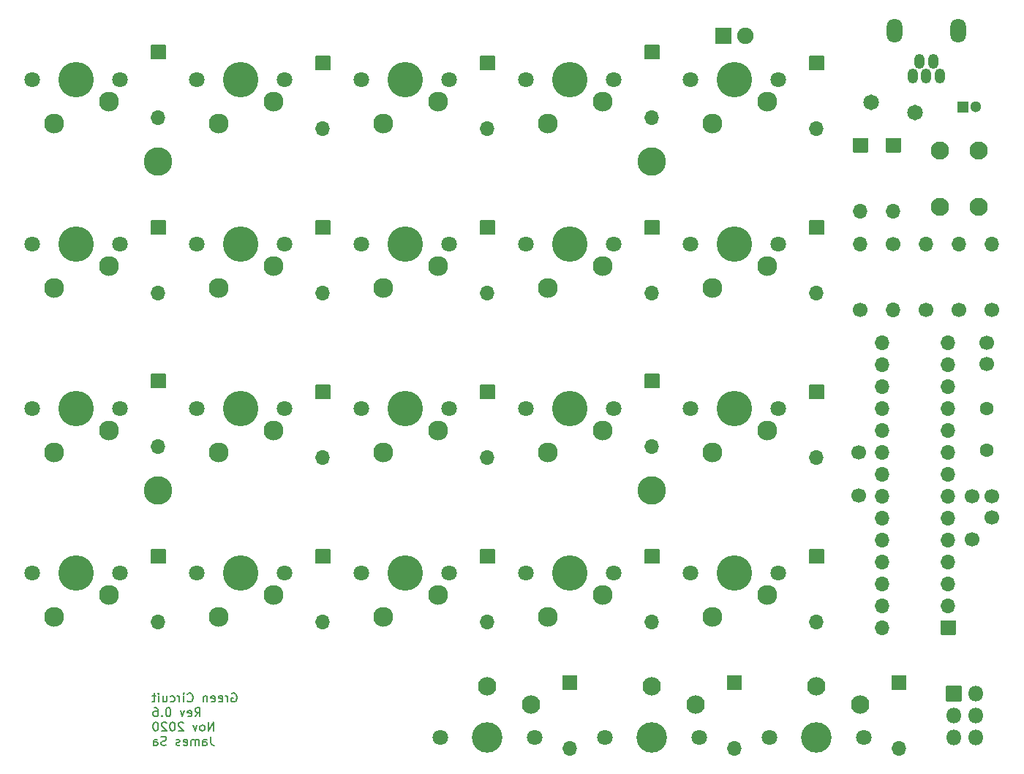
<source format=gbr>
%TF.GenerationSoftware,KiCad,Pcbnew,(5.1.7-0-10_14)*%
%TF.CreationDate,2020-11-02T16:42:48+08:00*%
%TF.ProjectId,GreenCircuit,47726565-6e43-4697-9263-7569742e6b69,v0.6*%
%TF.SameCoordinates,Original*%
%TF.FileFunction,Soldermask,Bot*%
%TF.FilePolarity,Negative*%
%FSLAX46Y46*%
G04 Gerber Fmt 4.6, Leading zero omitted, Abs format (unit mm)*
G04 Created by KiCad (PCBNEW (5.1.7-0-10_14)) date 2020-11-02 16:42:48*
%MOMM*%
%LPD*%
G01*
G04 APERTURE LIST*
%ADD10C,0.152400*%
%ADD11O,1.700000X1.700000*%
%ADD12C,1.800000*%
%ADD13C,4.100000*%
%ADD14C,2.300000*%
%ADD15C,1.900000*%
%ADD16C,3.300000*%
%ADD17C,1.700000*%
%ADD18C,2.100000*%
%ADD19O,1.800000X1.800000*%
%ADD20O,1.800000X2.800000*%
%ADD21O,1.200000X1.750000*%
%ADD22C,3.529000*%
%ADD23C,2.132000*%
%ADD24C,1.801800*%
%ADD25C,1.810000*%
%ADD26C,1.600000*%
%ADD27C,1.300000*%
G04 APERTURE END LIST*
D10*
X103324202Y-137645400D02*
X103420964Y-137597019D01*
X103566107Y-137597019D01*
X103711250Y-137645400D01*
X103808012Y-137742161D01*
X103856393Y-137838923D01*
X103904774Y-138032447D01*
X103904774Y-138177590D01*
X103856393Y-138371114D01*
X103808012Y-138467876D01*
X103711250Y-138564638D01*
X103566107Y-138613019D01*
X103469345Y-138613019D01*
X103324202Y-138564638D01*
X103275821Y-138516257D01*
X103275821Y-138177590D01*
X103469345Y-138177590D01*
X102840393Y-138613019D02*
X102840393Y-137935685D01*
X102840393Y-138129209D02*
X102792012Y-138032447D01*
X102743631Y-137984066D01*
X102646869Y-137935685D01*
X102550107Y-137935685D01*
X101824393Y-138564638D02*
X101921155Y-138613019D01*
X102114679Y-138613019D01*
X102211440Y-138564638D01*
X102259821Y-138467876D01*
X102259821Y-138080828D01*
X102211440Y-137984066D01*
X102114679Y-137935685D01*
X101921155Y-137935685D01*
X101824393Y-137984066D01*
X101776012Y-138080828D01*
X101776012Y-138177590D01*
X102259821Y-138274352D01*
X100953536Y-138564638D02*
X101050298Y-138613019D01*
X101243821Y-138613019D01*
X101340583Y-138564638D01*
X101388964Y-138467876D01*
X101388964Y-138080828D01*
X101340583Y-137984066D01*
X101243821Y-137935685D01*
X101050298Y-137935685D01*
X100953536Y-137984066D01*
X100905155Y-138080828D01*
X100905155Y-138177590D01*
X101388964Y-138274352D01*
X100469726Y-137935685D02*
X100469726Y-138613019D01*
X100469726Y-138032447D02*
X100421345Y-137984066D01*
X100324583Y-137935685D01*
X100179440Y-137935685D01*
X100082679Y-137984066D01*
X100034298Y-138080828D01*
X100034298Y-138613019D01*
X98195821Y-138516257D02*
X98244202Y-138564638D01*
X98389345Y-138613019D01*
X98486107Y-138613019D01*
X98631250Y-138564638D01*
X98728012Y-138467876D01*
X98776393Y-138371114D01*
X98824774Y-138177590D01*
X98824774Y-138032447D01*
X98776393Y-137838923D01*
X98728012Y-137742161D01*
X98631250Y-137645400D01*
X98486107Y-137597019D01*
X98389345Y-137597019D01*
X98244202Y-137645400D01*
X98195821Y-137693780D01*
X97760393Y-138613019D02*
X97760393Y-137935685D01*
X97760393Y-137597019D02*
X97808774Y-137645400D01*
X97760393Y-137693780D01*
X97712012Y-137645400D01*
X97760393Y-137597019D01*
X97760393Y-137693780D01*
X97276583Y-138613019D02*
X97276583Y-137935685D01*
X97276583Y-138129209D02*
X97228202Y-138032447D01*
X97179821Y-137984066D01*
X97083060Y-137935685D01*
X96986298Y-137935685D01*
X96212202Y-138564638D02*
X96308964Y-138613019D01*
X96502488Y-138613019D01*
X96599250Y-138564638D01*
X96647631Y-138516257D01*
X96696012Y-138419495D01*
X96696012Y-138129209D01*
X96647631Y-138032447D01*
X96599250Y-137984066D01*
X96502488Y-137935685D01*
X96308964Y-137935685D01*
X96212202Y-137984066D01*
X95341345Y-137935685D02*
X95341345Y-138613019D01*
X95776774Y-137935685D02*
X95776774Y-138467876D01*
X95728393Y-138564638D01*
X95631631Y-138613019D01*
X95486488Y-138613019D01*
X95389726Y-138564638D01*
X95341345Y-138516257D01*
X94857536Y-138613019D02*
X94857536Y-137935685D01*
X94857536Y-137597019D02*
X94905917Y-137645400D01*
X94857536Y-137693780D01*
X94809155Y-137645400D01*
X94857536Y-137597019D01*
X94857536Y-137693780D01*
X94518869Y-137935685D02*
X94131821Y-137935685D01*
X94373726Y-137597019D02*
X94373726Y-138467876D01*
X94325345Y-138564638D01*
X94228583Y-138613019D01*
X94131821Y-138613019D01*
X99066679Y-140289419D02*
X99405345Y-139805609D01*
X99647250Y-140289419D02*
X99647250Y-139273419D01*
X99260202Y-139273419D01*
X99163440Y-139321800D01*
X99115060Y-139370180D01*
X99066679Y-139466942D01*
X99066679Y-139612085D01*
X99115060Y-139708847D01*
X99163440Y-139757228D01*
X99260202Y-139805609D01*
X99647250Y-139805609D01*
X98244202Y-140241038D02*
X98340964Y-140289419D01*
X98534488Y-140289419D01*
X98631250Y-140241038D01*
X98679631Y-140144276D01*
X98679631Y-139757228D01*
X98631250Y-139660466D01*
X98534488Y-139612085D01*
X98340964Y-139612085D01*
X98244202Y-139660466D01*
X98195821Y-139757228D01*
X98195821Y-139853990D01*
X98679631Y-139950752D01*
X97857155Y-139612085D02*
X97615250Y-140289419D01*
X97373345Y-139612085D01*
X96018679Y-139273419D02*
X95921917Y-139273419D01*
X95825155Y-139321800D01*
X95776774Y-139370180D01*
X95728393Y-139466942D01*
X95680012Y-139660466D01*
X95680012Y-139902371D01*
X95728393Y-140095895D01*
X95776774Y-140192657D01*
X95825155Y-140241038D01*
X95921917Y-140289419D01*
X96018679Y-140289419D01*
X96115440Y-140241038D01*
X96163821Y-140192657D01*
X96212202Y-140095895D01*
X96260583Y-139902371D01*
X96260583Y-139660466D01*
X96212202Y-139466942D01*
X96163821Y-139370180D01*
X96115440Y-139321800D01*
X96018679Y-139273419D01*
X95244583Y-140192657D02*
X95196202Y-140241038D01*
X95244583Y-140289419D01*
X95292964Y-140241038D01*
X95244583Y-140192657D01*
X95244583Y-140289419D01*
X94325345Y-139273419D02*
X94518869Y-139273419D01*
X94615631Y-139321800D01*
X94664012Y-139370180D01*
X94760774Y-139515323D01*
X94809155Y-139708847D01*
X94809155Y-140095895D01*
X94760774Y-140192657D01*
X94712393Y-140241038D01*
X94615631Y-140289419D01*
X94422107Y-140289419D01*
X94325345Y-140241038D01*
X94276964Y-140192657D01*
X94228583Y-140095895D01*
X94228583Y-139853990D01*
X94276964Y-139757228D01*
X94325345Y-139708847D01*
X94422107Y-139660466D01*
X94615631Y-139660466D01*
X94712393Y-139708847D01*
X94760774Y-139757228D01*
X94809155Y-139853990D01*
X101195440Y-141965819D02*
X101195440Y-140949819D01*
X100614869Y-141965819D01*
X100614869Y-140949819D01*
X99985917Y-141965819D02*
X100082679Y-141917438D01*
X100131060Y-141869057D01*
X100179440Y-141772295D01*
X100179440Y-141482009D01*
X100131060Y-141385247D01*
X100082679Y-141336866D01*
X99985917Y-141288485D01*
X99840774Y-141288485D01*
X99744012Y-141336866D01*
X99695631Y-141385247D01*
X99647250Y-141482009D01*
X99647250Y-141772295D01*
X99695631Y-141869057D01*
X99744012Y-141917438D01*
X99840774Y-141965819D01*
X99985917Y-141965819D01*
X99308583Y-141288485D02*
X99066679Y-141965819D01*
X98824774Y-141288485D01*
X97712012Y-141046580D02*
X97663631Y-140998200D01*
X97566869Y-140949819D01*
X97324964Y-140949819D01*
X97228202Y-140998200D01*
X97179821Y-141046580D01*
X97131440Y-141143342D01*
X97131440Y-141240104D01*
X97179821Y-141385247D01*
X97760393Y-141965819D01*
X97131440Y-141965819D01*
X96502488Y-140949819D02*
X96405726Y-140949819D01*
X96308964Y-140998200D01*
X96260583Y-141046580D01*
X96212202Y-141143342D01*
X96163821Y-141336866D01*
X96163821Y-141578771D01*
X96212202Y-141772295D01*
X96260583Y-141869057D01*
X96308964Y-141917438D01*
X96405726Y-141965819D01*
X96502488Y-141965819D01*
X96599250Y-141917438D01*
X96647631Y-141869057D01*
X96696012Y-141772295D01*
X96744393Y-141578771D01*
X96744393Y-141336866D01*
X96696012Y-141143342D01*
X96647631Y-141046580D01*
X96599250Y-140998200D01*
X96502488Y-140949819D01*
X95776774Y-141046580D02*
X95728393Y-140998200D01*
X95631631Y-140949819D01*
X95389726Y-140949819D01*
X95292964Y-140998200D01*
X95244583Y-141046580D01*
X95196202Y-141143342D01*
X95196202Y-141240104D01*
X95244583Y-141385247D01*
X95825155Y-141965819D01*
X95196202Y-141965819D01*
X94567250Y-140949819D02*
X94470488Y-140949819D01*
X94373726Y-140998200D01*
X94325345Y-141046580D01*
X94276964Y-141143342D01*
X94228583Y-141336866D01*
X94228583Y-141578771D01*
X94276964Y-141772295D01*
X94325345Y-141869057D01*
X94373726Y-141917438D01*
X94470488Y-141965819D01*
X94567250Y-141965819D01*
X94664012Y-141917438D01*
X94712393Y-141869057D01*
X94760774Y-141772295D01*
X94809155Y-141578771D01*
X94809155Y-141336866D01*
X94760774Y-141143342D01*
X94712393Y-141046580D01*
X94664012Y-140998200D01*
X94567250Y-140949819D01*
X100905155Y-142626219D02*
X100905155Y-143351933D01*
X100953536Y-143497076D01*
X101050298Y-143593838D01*
X101195440Y-143642219D01*
X101292202Y-143642219D01*
X99985917Y-143642219D02*
X99985917Y-143110028D01*
X100034298Y-143013266D01*
X100131060Y-142964885D01*
X100324583Y-142964885D01*
X100421345Y-143013266D01*
X99985917Y-143593838D02*
X100082679Y-143642219D01*
X100324583Y-143642219D01*
X100421345Y-143593838D01*
X100469726Y-143497076D01*
X100469726Y-143400314D01*
X100421345Y-143303552D01*
X100324583Y-143255171D01*
X100082679Y-143255171D01*
X99985917Y-143206790D01*
X99502107Y-143642219D02*
X99502107Y-142964885D01*
X99502107Y-143061647D02*
X99453726Y-143013266D01*
X99356964Y-142964885D01*
X99211821Y-142964885D01*
X99115060Y-143013266D01*
X99066679Y-143110028D01*
X99066679Y-143642219D01*
X99066679Y-143110028D02*
X99018298Y-143013266D01*
X98921536Y-142964885D01*
X98776393Y-142964885D01*
X98679631Y-143013266D01*
X98631250Y-143110028D01*
X98631250Y-143642219D01*
X97760393Y-143593838D02*
X97857155Y-143642219D01*
X98050679Y-143642219D01*
X98147440Y-143593838D01*
X98195821Y-143497076D01*
X98195821Y-143110028D01*
X98147440Y-143013266D01*
X98050679Y-142964885D01*
X97857155Y-142964885D01*
X97760393Y-143013266D01*
X97712012Y-143110028D01*
X97712012Y-143206790D01*
X98195821Y-143303552D01*
X97324964Y-143593838D02*
X97228202Y-143642219D01*
X97034679Y-143642219D01*
X96937917Y-143593838D01*
X96889536Y-143497076D01*
X96889536Y-143448695D01*
X96937917Y-143351933D01*
X97034679Y-143303552D01*
X97179821Y-143303552D01*
X97276583Y-143255171D01*
X97324964Y-143158409D01*
X97324964Y-143110028D01*
X97276583Y-143013266D01*
X97179821Y-142964885D01*
X97034679Y-142964885D01*
X96937917Y-143013266D01*
X95728393Y-143593838D02*
X95583250Y-143642219D01*
X95341345Y-143642219D01*
X95244583Y-143593838D01*
X95196202Y-143545457D01*
X95147821Y-143448695D01*
X95147821Y-143351933D01*
X95196202Y-143255171D01*
X95244583Y-143206790D01*
X95341345Y-143158409D01*
X95534869Y-143110028D01*
X95631631Y-143061647D01*
X95680012Y-143013266D01*
X95728393Y-142916504D01*
X95728393Y-142819742D01*
X95680012Y-142722980D01*
X95631631Y-142674600D01*
X95534869Y-142626219D01*
X95292964Y-142626219D01*
X95147821Y-142674600D01*
X94276964Y-143642219D02*
X94276964Y-143110028D01*
X94325345Y-143013266D01*
X94422107Y-142964885D01*
X94615631Y-142964885D01*
X94712393Y-143013266D01*
X94276964Y-143593838D02*
X94373726Y-143642219D01*
X94615631Y-143642219D01*
X94712393Y-143593838D01*
X94760774Y-143497076D01*
X94760774Y-143400314D01*
X94712393Y-143303552D01*
X94615631Y-143255171D01*
X94373726Y-143255171D01*
X94276964Y-143206790D01*
D11*
%TO.C,D15*%
X171025000Y-110315000D03*
G36*
G01*
X170225000Y-101845000D02*
X171825000Y-101845000D01*
G75*
G02*
X171875000Y-101895000I0J-50000D01*
G01*
X171875000Y-103495000D01*
G75*
G02*
X171825000Y-103545000I-50000J0D01*
G01*
X170225000Y-103545000D01*
G75*
G02*
X170175000Y-103495000I0J50000D01*
G01*
X170175000Y-101895000D01*
G75*
G02*
X170225000Y-101845000I50000J0D01*
G01*
G37*
%TD*%
D12*
%TO.C,SW15*%
X156420000Y-104600000D03*
X166580000Y-104600000D03*
D13*
X161500000Y-104600000D03*
D14*
X165310000Y-107140000D03*
X158960000Y-109680000D03*
%TD*%
D15*
%TO.C,D26*%
X162770000Y-61420000D03*
G36*
G01*
X159280000Y-62320000D02*
X159280000Y-60520000D01*
G75*
G02*
X159330000Y-60470000I50000J0D01*
G01*
X161130000Y-60470000D01*
G75*
G02*
X161180000Y-60520000I0J-50000D01*
G01*
X161180000Y-62320000D01*
G75*
G02*
X161130000Y-62370000I-50000J0D01*
G01*
X159330000Y-62370000D01*
G75*
G02*
X159280000Y-62320000I0J50000D01*
G01*
G37*
%TD*%
D16*
%TO.C,H4*%
X151975000Y-114125000D03*
%TD*%
%TO.C,H3*%
X94825000Y-114125000D03*
%TD*%
%TO.C,H2*%
X151975000Y-76025000D03*
%TD*%
%TO.C,H1*%
X94825000Y-76025000D03*
%TD*%
D11*
%TO.C,R1*%
X183725000Y-85550000D03*
D17*
X183725000Y-93170000D03*
%TD*%
D11*
%TO.C,R2*%
X179915000Y-93170000D03*
D17*
X179915000Y-85550000D03*
%TD*%
D11*
%TO.C,R3*%
X176105000Y-85550000D03*
D17*
X176105000Y-93170000D03*
%TD*%
D11*
%TO.C,R5*%
X187535000Y-85550000D03*
D17*
X187535000Y-93170000D03*
%TD*%
D11*
%TO.C,R6*%
X191345000Y-85550000D03*
D17*
X191345000Y-93170000D03*
%TD*%
D18*
%TO.C,Reset1*%
X189785000Y-81255000D03*
X185285000Y-81255000D03*
X189785000Y-74755000D03*
X185285000Y-74755000D03*
%TD*%
%TO.C,J2*%
G36*
G01*
X186000000Y-138485000D02*
X186000000Y-136785000D01*
G75*
G02*
X186050000Y-136735000I50000J0D01*
G01*
X187750000Y-136735000D01*
G75*
G02*
X187800000Y-136785000I0J-50000D01*
G01*
X187800000Y-138485000D01*
G75*
G02*
X187750000Y-138535000I-50000J0D01*
G01*
X186050000Y-138535000D01*
G75*
G02*
X186000000Y-138485000I0J50000D01*
G01*
G37*
D19*
X189440000Y-137635000D03*
X186900000Y-140175000D03*
X189440000Y-140175000D03*
X186900000Y-142715000D03*
X189440000Y-142715000D03*
%TD*%
D20*
%TO.C,J1*%
X180075000Y-60815000D03*
X187375000Y-60815000D03*
D21*
X182925000Y-64390000D03*
X184525000Y-64390000D03*
X182125000Y-66140000D03*
X185325000Y-66140000D03*
X183725000Y-66140000D03*
%TD*%
D22*
%TO.C,SW22*%
X151975000Y-142700000D03*
D23*
X156975000Y-138900000D03*
X151975000Y-136800000D03*
D24*
X146475000Y-142700000D03*
X157475000Y-142700000D03*
%TD*%
D22*
%TO.C,SW23*%
X171025000Y-142700000D03*
D23*
X176025000Y-138900000D03*
X171025000Y-136800000D03*
D24*
X165525000Y-142700000D03*
X176525000Y-142700000D03*
%TD*%
D22*
%TO.C,SW21*%
X132925000Y-142700000D03*
D23*
X137925000Y-138900000D03*
X132925000Y-136800000D03*
D24*
X127425000Y-142700000D03*
X138425000Y-142700000D03*
%TD*%
D12*
%TO.C,SW20*%
X156420000Y-123650000D03*
X166580000Y-123650000D03*
D13*
X161500000Y-123650000D03*
D14*
X165310000Y-126190000D03*
X158960000Y-128730000D03*
%TD*%
D12*
%TO.C,SW19*%
X137370000Y-123650000D03*
X147530000Y-123650000D03*
D13*
X142450000Y-123650000D03*
D14*
X146260000Y-126190000D03*
X139910000Y-128730000D03*
%TD*%
D12*
%TO.C,SW18*%
X118320000Y-123650000D03*
X128480000Y-123650000D03*
D13*
X123400000Y-123650000D03*
D14*
X127210000Y-126190000D03*
X120860000Y-128730000D03*
%TD*%
D12*
%TO.C,SW17*%
X99270000Y-123650000D03*
X109430000Y-123650000D03*
D13*
X104350000Y-123650000D03*
D14*
X108160000Y-126190000D03*
X101810000Y-128730000D03*
%TD*%
D12*
%TO.C,SW16*%
X80220000Y-123650000D03*
X90380000Y-123650000D03*
D13*
X85300000Y-123650000D03*
D14*
X89110000Y-126190000D03*
X82760000Y-128730000D03*
%TD*%
D12*
%TO.C,SW14*%
X137370000Y-104600000D03*
X147530000Y-104600000D03*
D13*
X142450000Y-104600000D03*
D14*
X146260000Y-107140000D03*
X139910000Y-109680000D03*
%TD*%
D12*
%TO.C,SW13*%
X118320000Y-104600000D03*
X128480000Y-104600000D03*
D13*
X123400000Y-104600000D03*
D14*
X127210000Y-107140000D03*
X120860000Y-109680000D03*
%TD*%
D12*
%TO.C,SW12*%
X99270000Y-104600000D03*
X109430000Y-104600000D03*
D13*
X104350000Y-104600000D03*
D14*
X108160000Y-107140000D03*
X101810000Y-109680000D03*
%TD*%
D12*
%TO.C,SW11*%
X80220000Y-104600000D03*
X90380000Y-104600000D03*
D13*
X85300000Y-104600000D03*
D14*
X89110000Y-107140000D03*
X82760000Y-109680000D03*
%TD*%
D12*
%TO.C,SW10*%
X156420000Y-85550000D03*
X166580000Y-85550000D03*
D13*
X161500000Y-85550000D03*
D14*
X165310000Y-88090000D03*
X158960000Y-90630000D03*
%TD*%
D12*
%TO.C,SW9*%
X137370000Y-85550000D03*
X147530000Y-85550000D03*
D13*
X142450000Y-85550000D03*
D14*
X146260000Y-88090000D03*
X139910000Y-90630000D03*
%TD*%
D12*
%TO.C,SW8*%
X118320000Y-85550000D03*
X128480000Y-85550000D03*
D13*
X123400000Y-85550000D03*
D14*
X127210000Y-88090000D03*
X120860000Y-90630000D03*
%TD*%
D12*
%TO.C,SW7*%
X99270000Y-85550000D03*
X109430000Y-85550000D03*
D13*
X104350000Y-85550000D03*
D14*
X108160000Y-88090000D03*
X101810000Y-90630000D03*
%TD*%
D12*
%TO.C,SW6*%
X80220000Y-85550000D03*
X90380000Y-85550000D03*
D13*
X85300000Y-85550000D03*
D14*
X89110000Y-88090000D03*
X82760000Y-90630000D03*
%TD*%
D12*
%TO.C,SW5*%
X156420000Y-66500000D03*
X166580000Y-66500000D03*
D13*
X161500000Y-66500000D03*
D14*
X165310000Y-69040000D03*
X158960000Y-71580000D03*
%TD*%
D12*
%TO.C,SW4*%
X137370000Y-66500000D03*
X147530000Y-66500000D03*
D13*
X142450000Y-66500000D03*
D14*
X146260000Y-69040000D03*
X139910000Y-71580000D03*
%TD*%
D12*
%TO.C,SW3*%
X118320000Y-66500000D03*
X128480000Y-66500000D03*
D13*
X123400000Y-66500000D03*
D14*
X127210000Y-69040000D03*
X120860000Y-71580000D03*
%TD*%
D12*
%TO.C,SW2*%
X99270000Y-66500000D03*
X109430000Y-66500000D03*
D13*
X104350000Y-66500000D03*
D14*
X108160000Y-69040000D03*
X101810000Y-71580000D03*
%TD*%
D12*
%TO.C,SW1*%
X80220000Y-66500000D03*
X90380000Y-66500000D03*
D13*
X85300000Y-66500000D03*
D14*
X89110000Y-69040000D03*
X82760000Y-71580000D03*
%TD*%
D11*
%TO.C,D23*%
X180550000Y-143970000D03*
G36*
G01*
X179750000Y-135500000D02*
X181350000Y-135500000D01*
G75*
G02*
X181400000Y-135550000I0J-50000D01*
G01*
X181400000Y-137150000D01*
G75*
G02*
X181350000Y-137200000I-50000J0D01*
G01*
X179750000Y-137200000D01*
G75*
G02*
X179700000Y-137150000I0J50000D01*
G01*
X179700000Y-135550000D01*
G75*
G02*
X179750000Y-135500000I50000J0D01*
G01*
G37*
%TD*%
%TO.C,D22*%
X161500000Y-143970000D03*
G36*
G01*
X160700000Y-135500000D02*
X162300000Y-135500000D01*
G75*
G02*
X162350000Y-135550000I0J-50000D01*
G01*
X162350000Y-137150000D01*
G75*
G02*
X162300000Y-137200000I-50000J0D01*
G01*
X160700000Y-137200000D01*
G75*
G02*
X160650000Y-137150000I0J50000D01*
G01*
X160650000Y-135550000D01*
G75*
G02*
X160700000Y-135500000I50000J0D01*
G01*
G37*
%TD*%
%TO.C,D21*%
X142450000Y-143970000D03*
G36*
G01*
X141650000Y-135500000D02*
X143250000Y-135500000D01*
G75*
G02*
X143300000Y-135550000I0J-50000D01*
G01*
X143300000Y-137150000D01*
G75*
G02*
X143250000Y-137200000I-50000J0D01*
G01*
X141650000Y-137200000D01*
G75*
G02*
X141600000Y-137150000I0J50000D01*
G01*
X141600000Y-135550000D01*
G75*
G02*
X141650000Y-135500000I50000J0D01*
G01*
G37*
%TD*%
%TO.C,D20*%
X171025000Y-129365000D03*
G36*
G01*
X170225000Y-120895000D02*
X171825000Y-120895000D01*
G75*
G02*
X171875000Y-120945000I0J-50000D01*
G01*
X171875000Y-122545000D01*
G75*
G02*
X171825000Y-122595000I-50000J0D01*
G01*
X170225000Y-122595000D01*
G75*
G02*
X170175000Y-122545000I0J50000D01*
G01*
X170175000Y-120945000D01*
G75*
G02*
X170225000Y-120895000I50000J0D01*
G01*
G37*
%TD*%
%TO.C,D19*%
X151975000Y-129365000D03*
G36*
G01*
X151175000Y-120895000D02*
X152775000Y-120895000D01*
G75*
G02*
X152825000Y-120945000I0J-50000D01*
G01*
X152825000Y-122545000D01*
G75*
G02*
X152775000Y-122595000I-50000J0D01*
G01*
X151175000Y-122595000D01*
G75*
G02*
X151125000Y-122545000I0J50000D01*
G01*
X151125000Y-120945000D01*
G75*
G02*
X151175000Y-120895000I50000J0D01*
G01*
G37*
%TD*%
%TO.C,D18*%
X132925000Y-129365000D03*
G36*
G01*
X132125000Y-120895000D02*
X133725000Y-120895000D01*
G75*
G02*
X133775000Y-120945000I0J-50000D01*
G01*
X133775000Y-122545000D01*
G75*
G02*
X133725000Y-122595000I-50000J0D01*
G01*
X132125000Y-122595000D01*
G75*
G02*
X132075000Y-122545000I0J50000D01*
G01*
X132075000Y-120945000D01*
G75*
G02*
X132125000Y-120895000I50000J0D01*
G01*
G37*
%TD*%
%TO.C,D17*%
X113875000Y-129365000D03*
G36*
G01*
X113075000Y-120895000D02*
X114675000Y-120895000D01*
G75*
G02*
X114725000Y-120945000I0J-50000D01*
G01*
X114725000Y-122545000D01*
G75*
G02*
X114675000Y-122595000I-50000J0D01*
G01*
X113075000Y-122595000D01*
G75*
G02*
X113025000Y-122545000I0J50000D01*
G01*
X113025000Y-120945000D01*
G75*
G02*
X113075000Y-120895000I50000J0D01*
G01*
G37*
%TD*%
%TO.C,D16*%
X94825000Y-129365000D03*
G36*
G01*
X94025000Y-120895000D02*
X95625000Y-120895000D01*
G75*
G02*
X95675000Y-120945000I0J-50000D01*
G01*
X95675000Y-122545000D01*
G75*
G02*
X95625000Y-122595000I-50000J0D01*
G01*
X94025000Y-122595000D01*
G75*
G02*
X93975000Y-122545000I0J50000D01*
G01*
X93975000Y-120945000D01*
G75*
G02*
X94025000Y-120895000I50000J0D01*
G01*
G37*
%TD*%
%TO.C,D14*%
X151975000Y-109045000D03*
G36*
G01*
X151175000Y-100575000D02*
X152775000Y-100575000D01*
G75*
G02*
X152825000Y-100625000I0J-50000D01*
G01*
X152825000Y-102225000D01*
G75*
G02*
X152775000Y-102275000I-50000J0D01*
G01*
X151175000Y-102275000D01*
G75*
G02*
X151125000Y-102225000I0J50000D01*
G01*
X151125000Y-100625000D01*
G75*
G02*
X151175000Y-100575000I50000J0D01*
G01*
G37*
%TD*%
%TO.C,D13*%
X132925000Y-110315000D03*
G36*
G01*
X132125000Y-101845000D02*
X133725000Y-101845000D01*
G75*
G02*
X133775000Y-101895000I0J-50000D01*
G01*
X133775000Y-103495000D01*
G75*
G02*
X133725000Y-103545000I-50000J0D01*
G01*
X132125000Y-103545000D01*
G75*
G02*
X132075000Y-103495000I0J50000D01*
G01*
X132075000Y-101895000D01*
G75*
G02*
X132125000Y-101845000I50000J0D01*
G01*
G37*
%TD*%
%TO.C,D12*%
X113875000Y-110315000D03*
G36*
G01*
X113075000Y-101845000D02*
X114675000Y-101845000D01*
G75*
G02*
X114725000Y-101895000I0J-50000D01*
G01*
X114725000Y-103495000D01*
G75*
G02*
X114675000Y-103545000I-50000J0D01*
G01*
X113075000Y-103545000D01*
G75*
G02*
X113025000Y-103495000I0J50000D01*
G01*
X113025000Y-101895000D01*
G75*
G02*
X113075000Y-101845000I50000J0D01*
G01*
G37*
%TD*%
%TO.C,D11*%
X94825000Y-109045000D03*
G36*
G01*
X94025000Y-100575000D02*
X95625000Y-100575000D01*
G75*
G02*
X95675000Y-100625000I0J-50000D01*
G01*
X95675000Y-102225000D01*
G75*
G02*
X95625000Y-102275000I-50000J0D01*
G01*
X94025000Y-102275000D01*
G75*
G02*
X93975000Y-102225000I0J50000D01*
G01*
X93975000Y-100625000D01*
G75*
G02*
X94025000Y-100575000I50000J0D01*
G01*
G37*
%TD*%
%TO.C,D10*%
X171025000Y-91265000D03*
G36*
G01*
X170225000Y-82795000D02*
X171825000Y-82795000D01*
G75*
G02*
X171875000Y-82845000I0J-50000D01*
G01*
X171875000Y-84445000D01*
G75*
G02*
X171825000Y-84495000I-50000J0D01*
G01*
X170225000Y-84495000D01*
G75*
G02*
X170175000Y-84445000I0J50000D01*
G01*
X170175000Y-82845000D01*
G75*
G02*
X170225000Y-82795000I50000J0D01*
G01*
G37*
%TD*%
%TO.C,D9*%
X151975000Y-91265000D03*
G36*
G01*
X151175000Y-82795000D02*
X152775000Y-82795000D01*
G75*
G02*
X152825000Y-82845000I0J-50000D01*
G01*
X152825000Y-84445000D01*
G75*
G02*
X152775000Y-84495000I-50000J0D01*
G01*
X151175000Y-84495000D01*
G75*
G02*
X151125000Y-84445000I0J50000D01*
G01*
X151125000Y-82845000D01*
G75*
G02*
X151175000Y-82795000I50000J0D01*
G01*
G37*
%TD*%
%TO.C,D8*%
X132925000Y-91265000D03*
G36*
G01*
X132125000Y-82795000D02*
X133725000Y-82795000D01*
G75*
G02*
X133775000Y-82845000I0J-50000D01*
G01*
X133775000Y-84445000D01*
G75*
G02*
X133725000Y-84495000I-50000J0D01*
G01*
X132125000Y-84495000D01*
G75*
G02*
X132075000Y-84445000I0J50000D01*
G01*
X132075000Y-82845000D01*
G75*
G02*
X132125000Y-82795000I50000J0D01*
G01*
G37*
%TD*%
%TO.C,D7*%
X113875000Y-91265000D03*
G36*
G01*
X113075000Y-82795000D02*
X114675000Y-82795000D01*
G75*
G02*
X114725000Y-82845000I0J-50000D01*
G01*
X114725000Y-84445000D01*
G75*
G02*
X114675000Y-84495000I-50000J0D01*
G01*
X113075000Y-84495000D01*
G75*
G02*
X113025000Y-84445000I0J50000D01*
G01*
X113025000Y-82845000D01*
G75*
G02*
X113075000Y-82795000I50000J0D01*
G01*
G37*
%TD*%
%TO.C,D6*%
X94825000Y-91265000D03*
G36*
G01*
X94025000Y-82795000D02*
X95625000Y-82795000D01*
G75*
G02*
X95675000Y-82845000I0J-50000D01*
G01*
X95675000Y-84445000D01*
G75*
G02*
X95625000Y-84495000I-50000J0D01*
G01*
X94025000Y-84495000D01*
G75*
G02*
X93975000Y-84445000I0J50000D01*
G01*
X93975000Y-82845000D01*
G75*
G02*
X94025000Y-82795000I50000J0D01*
G01*
G37*
%TD*%
%TO.C,D5*%
X171025000Y-72215000D03*
G36*
G01*
X170225000Y-63745000D02*
X171825000Y-63745000D01*
G75*
G02*
X171875000Y-63795000I0J-50000D01*
G01*
X171875000Y-65395000D01*
G75*
G02*
X171825000Y-65445000I-50000J0D01*
G01*
X170225000Y-65445000D01*
G75*
G02*
X170175000Y-65395000I0J50000D01*
G01*
X170175000Y-63795000D01*
G75*
G02*
X170225000Y-63745000I50000J0D01*
G01*
G37*
%TD*%
%TO.C,D4*%
X151975000Y-70945000D03*
G36*
G01*
X151175000Y-62475000D02*
X152775000Y-62475000D01*
G75*
G02*
X152825000Y-62525000I0J-50000D01*
G01*
X152825000Y-64125000D01*
G75*
G02*
X152775000Y-64175000I-50000J0D01*
G01*
X151175000Y-64175000D01*
G75*
G02*
X151125000Y-64125000I0J50000D01*
G01*
X151125000Y-62525000D01*
G75*
G02*
X151175000Y-62475000I50000J0D01*
G01*
G37*
%TD*%
%TO.C,D3*%
X132925000Y-72215000D03*
G36*
G01*
X132125000Y-63745000D02*
X133725000Y-63745000D01*
G75*
G02*
X133775000Y-63795000I0J-50000D01*
G01*
X133775000Y-65395000D01*
G75*
G02*
X133725000Y-65445000I-50000J0D01*
G01*
X132125000Y-65445000D01*
G75*
G02*
X132075000Y-65395000I0J50000D01*
G01*
X132075000Y-63795000D01*
G75*
G02*
X132125000Y-63745000I50000J0D01*
G01*
G37*
%TD*%
%TO.C,D2*%
X113875000Y-72215000D03*
G36*
G01*
X113075000Y-63745000D02*
X114675000Y-63745000D01*
G75*
G02*
X114725000Y-63795000I0J-50000D01*
G01*
X114725000Y-65395000D01*
G75*
G02*
X114675000Y-65445000I-50000J0D01*
G01*
X113075000Y-65445000D01*
G75*
G02*
X113025000Y-65395000I0J50000D01*
G01*
X113025000Y-63795000D01*
G75*
G02*
X113075000Y-63745000I50000J0D01*
G01*
G37*
%TD*%
%TO.C,D1*%
X94825000Y-70945000D03*
G36*
G01*
X94025000Y-62475000D02*
X95625000Y-62475000D01*
G75*
G02*
X95675000Y-62525000I0J-50000D01*
G01*
X95675000Y-64125000D01*
G75*
G02*
X95625000Y-64175000I-50000J0D01*
G01*
X94025000Y-64175000D01*
G75*
G02*
X93975000Y-64125000I0J50000D01*
G01*
X93975000Y-62525000D01*
G75*
G02*
X94025000Y-62475000I50000J0D01*
G01*
G37*
%TD*%
%TO.C,U1*%
X178645000Y-130000000D03*
X186265000Y-96980000D03*
X178645000Y-127460000D03*
X186265000Y-99520000D03*
X178645000Y-124920000D03*
X186265000Y-102060000D03*
X178645000Y-122380000D03*
X186265000Y-104600000D03*
X178645000Y-119840000D03*
X186265000Y-107140000D03*
X178645000Y-117300000D03*
X186265000Y-109680000D03*
X178645000Y-114760000D03*
X186265000Y-112220000D03*
X178645000Y-112220000D03*
X186265000Y-114760000D03*
X178645000Y-109680000D03*
X186265000Y-117300000D03*
X178645000Y-107140000D03*
X186265000Y-119840000D03*
X178645000Y-104600000D03*
X186265000Y-122380000D03*
X178645000Y-102060000D03*
X186265000Y-124920000D03*
X178645000Y-99520000D03*
X186265000Y-127460000D03*
X178645000Y-96980000D03*
G36*
G01*
X187115000Y-129200000D02*
X187115000Y-130800000D01*
G75*
G02*
X187065000Y-130850000I-50000J0D01*
G01*
X185465000Y-130850000D01*
G75*
G02*
X185415000Y-130800000I0J50000D01*
G01*
X185415000Y-129200000D01*
G75*
G02*
X185465000Y-129150000I50000J0D01*
G01*
X187065000Y-129150000D01*
G75*
G02*
X187115000Y-129200000I0J-50000D01*
G01*
G37*
%TD*%
D25*
%TO.C,F1*%
X177355000Y-69110000D03*
X182455000Y-70310000D03*
%TD*%
D26*
%TO.C,Y1*%
X190710000Y-104600000D03*
X190710000Y-109480000D03*
%TD*%
D11*
%TO.C,D25*%
X176105000Y-81740000D03*
G36*
G01*
X175305000Y-73270000D02*
X176905000Y-73270000D01*
G75*
G02*
X176955000Y-73320000I0J-50000D01*
G01*
X176955000Y-74920000D01*
G75*
G02*
X176905000Y-74970000I-50000J0D01*
G01*
X175305000Y-74970000D01*
G75*
G02*
X175255000Y-74920000I0J50000D01*
G01*
X175255000Y-73320000D01*
G75*
G02*
X175305000Y-73270000I50000J0D01*
G01*
G37*
%TD*%
%TO.C,D24*%
X179915000Y-81740000D03*
G36*
G01*
X179115000Y-73270000D02*
X180715000Y-73270000D01*
G75*
G02*
X180765000Y-73320000I0J-50000D01*
G01*
X180765000Y-74920000D01*
G75*
G02*
X180715000Y-74970000I-50000J0D01*
G01*
X179115000Y-74970000D01*
G75*
G02*
X179065000Y-74920000I0J50000D01*
G01*
X179065000Y-73320000D01*
G75*
G02*
X179115000Y-73270000I50000J0D01*
G01*
G37*
%TD*%
D17*
%TO.C,C5*%
X175914500Y-114680000D03*
X175914500Y-109680000D03*
%TD*%
%TO.C,C4*%
X189059000Y-119760000D03*
X189059000Y-114760000D03*
%TD*%
D27*
%TO.C,C3*%
X189440000Y-69675000D03*
G36*
G01*
X187290000Y-70275000D02*
X187290000Y-69075000D01*
G75*
G02*
X187340000Y-69025000I50000J0D01*
G01*
X188540000Y-69025000D01*
G75*
G02*
X188590000Y-69075000I0J-50000D01*
G01*
X188590000Y-70275000D01*
G75*
G02*
X188540000Y-70325000I-50000J0D01*
G01*
X187340000Y-70325000D01*
G75*
G02*
X187290000Y-70275000I0J50000D01*
G01*
G37*
%TD*%
D17*
%TO.C,C2*%
X191345000Y-114760000D03*
X191345000Y-117260000D03*
%TD*%
%TO.C,C1*%
X190710000Y-99480000D03*
X190710000Y-96980000D03*
%TD*%
M02*

</source>
